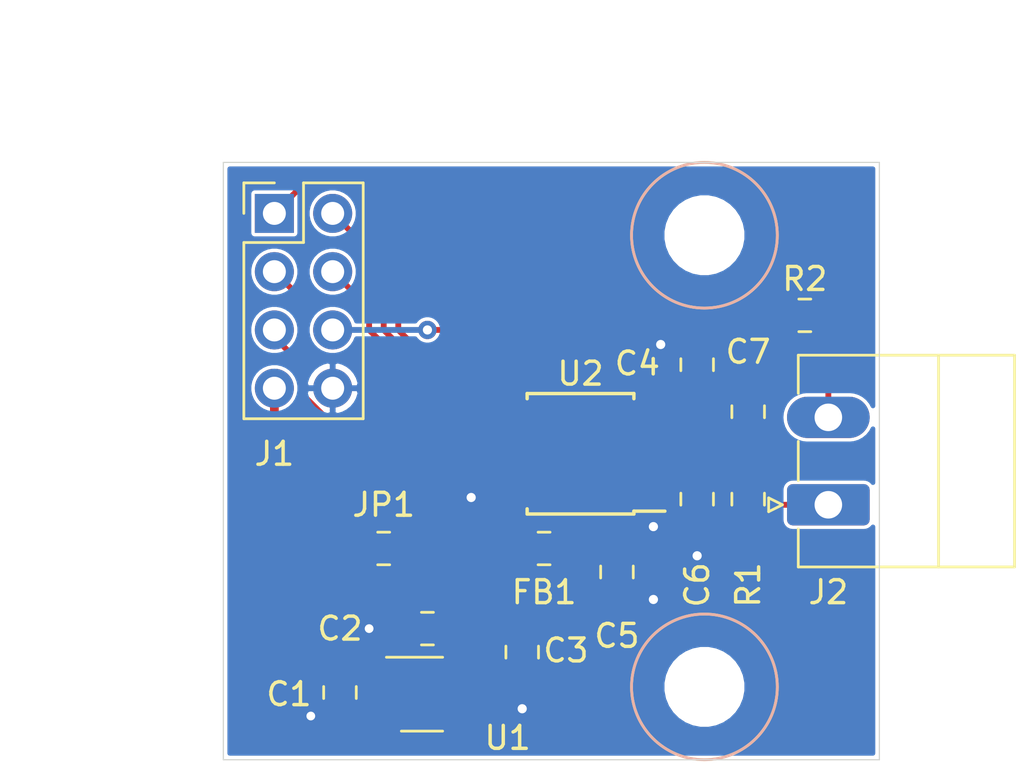
<source format=kicad_pcb>
(kicad_pcb (version 20171130) (host pcbnew "(5.1.5)-3")

  (general
    (thickness 1.6)
    (drawings 9)
    (tracks 113)
    (zones 0)
    (modules 17)
    (nets 16)
  )

  (page A4)
  (layers
    (0 F.Cu signal)
    (31 B.Cu signal)
    (32 B.Adhes user)
    (33 F.Adhes user)
    (34 B.Paste user)
    (35 F.Paste user)
    (36 B.SilkS user)
    (37 F.SilkS user)
    (38 B.Mask user)
    (39 F.Mask user)
    (40 Dwgs.User user)
    (41 Cmts.User user)
    (42 Eco1.User user)
    (43 Eco2.User user)
    (44 Edge.Cuts user)
    (45 Margin user)
    (46 B.CrtYd user)
    (47 F.CrtYd user)
    (48 B.Fab user hide)
    (49 F.Fab user hide)
  )

  (setup
    (last_trace_width 0.254)
    (user_trace_width 0.381)
    (trace_clearance 0.0508)
    (zone_clearance 0.1524)
    (zone_45_only no)
    (trace_min 0.1524)
    (via_size 0.8)
    (via_drill 0.4)
    (via_min_size 0.381)
    (via_min_drill 0.3048)
    (user_via 0.635 0.381)
    (uvia_size 0.3)
    (uvia_drill 0.1016)
    (uvias_allowed no)
    (uvia_min_size 0.2032)
    (uvia_min_drill 0.1016)
    (edge_width 0.05)
    (segment_width 0.2)
    (pcb_text_width 0.3)
    (pcb_text_size 1.5 1.5)
    (mod_edge_width 0.12)
    (mod_text_size 1 1)
    (mod_text_width 0.15)
    (pad_size 1.524 1.524)
    (pad_drill 0.762)
    (pad_to_mask_clearance 0.051)
    (solder_mask_min_width 0.25)
    (aux_axis_origin 0 0)
    (grid_origin 96.2025 83.185)
    (visible_elements 7FFFFFFF)
    (pcbplotparams
      (layerselection 0x010fc_ffffffff)
      (usegerberextensions false)
      (usegerberattributes false)
      (usegerberadvancedattributes false)
      (creategerberjobfile false)
      (excludeedgelayer true)
      (linewidth 0.100000)
      (plotframeref false)
      (viasonmask false)
      (mode 1)
      (useauxorigin false)
      (hpglpennumber 1)
      (hpglpenspeed 20)
      (hpglpendiameter 15.000000)
      (psnegative false)
      (psa4output false)
      (plotreference true)
      (plotvalue true)
      (plotinvisibletext false)
      (padsonsilk false)
      (subtractmaskfromsilk false)
      (outputformat 1)
      (mirror false)
      (drillshape 0)
      (scaleselection 1)
      (outputdirectory ""))
  )

  (net 0 "")
  (net 1 GND)
  (net 2 +5V)
  (net 3 +3V3)
  (net 4 /~DRDY)
  (net 5 /~CS)
  (net 6 /SDI)
  (net 7 /SDO)
  (net 8 /SCLK)
  (net 9 /Vdd)
  (net 10 /T+)
  (net 11 /T-)
  (net 12 /In+)
  (net 13 /In-)
  (net 14 /~Fault)
  (net 15 /Vin)

  (net_class Default "This is the default net class."
    (clearance 0.0508)
    (trace_width 0.254)
    (via_dia 0.8)
    (via_drill 0.4)
    (uvia_dia 0.3)
    (uvia_drill 0.1016)
    (add_net +3V3)
    (add_net +5V)
    (add_net /In+)
    (add_net /In-)
    (add_net /SCLK)
    (add_net /SDI)
    (add_net /SDO)
    (add_net /T+)
    (add_net /T-)
    (add_net /Vdd)
    (add_net /Vin)
    (add_net /~CS)
    (add_net /~DRDY)
    (add_net /~Fault)
    (add_net GND)
    (add_net "Net-(U1-Pad4)")
    (add_net "Net-(U2-Pad6)")
  )

  (module 0MiscParts:TSSOP-14_4.4x5mm_P0.65mm_MAX (layer F.Cu) (tedit 5FBB9674) (tstamp 5FB82C0A)
    (at 111.76 69.85 180)
    (descr "14-Lead Plastic Thin Shrink Small Outline (ST)-4.4 mm Body [TSSOP] (see Microchip Packaging Specification 00000049BS.pdf)")
    (tags "SSOP 0.65")
    (path /5FD4E450)
    (attr smd)
    (fp_text reference U2 (at 0 3.4925) (layer F.SilkS)
      (effects (font (size 1 1) (thickness 0.15)))
    )
    (fp_text value MAX31856 (at 0 3.55) (layer F.Fab)
      (effects (font (size 1 1) (thickness 0.15)))
    )
    (fp_text user %R (at 0 0) (layer F.Fab)
      (effects (font (size 0.8 0.8) (thickness 0.15)))
    )
    (fp_line (start -2.325 -2.5) (end -3.675 -2.5) (layer F.SilkS) (width 0.15))
    (fp_line (start -2.325 2.625) (end 2.325 2.625) (layer F.SilkS) (width 0.15))
    (fp_line (start -2.325 -2.625) (end 2.325 -2.625) (layer F.SilkS) (width 0.15))
    (fp_line (start -2.325 2.625) (end -2.325 2.4) (layer F.SilkS) (width 0.15))
    (fp_line (start 2.325 2.625) (end 2.325 2.4) (layer F.SilkS) (width 0.15))
    (fp_line (start 2.325 -2.625) (end 2.325 -2.4) (layer F.SilkS) (width 0.15))
    (fp_line (start -2.325 -2.625) (end -2.325 -2.5) (layer F.SilkS) (width 0.15))
    (fp_line (start -3.95 2.8) (end 3.95 2.8) (layer F.CrtYd) (width 0.05))
    (fp_line (start -3.95 -2.8) (end 3.95 -2.8) (layer F.CrtYd) (width 0.05))
    (fp_line (start 3.95 -2.8) (end 3.95 2.8) (layer F.CrtYd) (width 0.05))
    (fp_line (start -3.95 -2.8) (end -3.95 2.8) (layer F.CrtYd) (width 0.05))
    (fp_line (start -2.2 -1.5) (end -1.2 -2.5) (layer F.Fab) (width 0.15))
    (fp_line (start -2.2 2.5) (end -2.2 -1.5) (layer F.Fab) (width 0.15))
    (fp_line (start 2.2 2.5) (end -2.2 2.5) (layer F.Fab) (width 0.15))
    (fp_line (start 2.2 -2.5) (end 2.2 2.5) (layer F.Fab) (width 0.15))
    (fp_line (start -1.2 -2.5) (end 2.2 -2.5) (layer F.Fab) (width 0.15))
    (pad 14 smd rect (at 2.875 -1.95 180) (size 1.4 0.35) (layers F.Cu F.Paste F.Mask)
      (net 1 GND))
    (pad 13 smd rect (at 2.875 -1.3 180) (size 1.4 0.35) (layers F.Cu F.Paste F.Mask)
      (net 14 /~Fault))
    (pad 12 smd rect (at 2.875 -0.65 180) (size 1.4 0.35) (layers F.Cu F.Paste F.Mask)
      (net 6 /SDI))
    (pad 11 smd rect (at 2.875 0 180) (size 1.4 0.35) (layers F.Cu F.Paste F.Mask)
      (net 7 /SDO))
    (pad 10 smd rect (at 2.875 0.65 180) (size 1.4 0.35) (layers F.Cu F.Paste F.Mask)
      (net 8 /SCLK))
    (pad 9 smd rect (at 2.875 1.3 180) (size 1.4 0.35) (layers F.Cu F.Paste F.Mask)
      (net 5 /~CS))
    (pad 8 smd rect (at 2.875 1.95 180) (size 1.4 0.35) (layers F.Cu F.Paste F.Mask)
      (net 3 +3V3))
    (pad 7 smd rect (at -2.875 1.95 180) (size 1.4 0.35) (layers F.Cu F.Paste F.Mask)
      (net 4 /~DRDY))
    (pad 6 smd rect (at -2.875 1.3 180) (size 1.4 0.35) (layers F.Cu F.Paste F.Mask))
    (pad 5 smd rect (at -2.875 0.65 180) (size 1.4 0.35) (layers F.Cu F.Paste F.Mask)
      (net 9 /Vdd))
    (pad 4 smd rect (at -2.875 0 180) (size 1.4 0.35) (layers F.Cu F.Paste F.Mask)
      (net 10 /T+))
    (pad 3 smd rect (at -2.875 -0.65 180) (size 1.4 0.35) (layers F.Cu F.Paste F.Mask)
      (net 11 /T-))
    (pad 2 smd rect (at -2.875 -1.3 180) (size 1.4 0.35) (layers F.Cu F.Paste F.Mask)
      (net 13 /In-))
    (pad 1 smd rect (at -2.875 -1.95 180) (size 1.4 0.35) (layers F.Cu F.Paste F.Mask)
      (net 1 GND))
    (model ${KISYS3DMOD}/Package_SO.3dshapes/TSSOP-14_4.4x5mm_P0.65mm.wrl
      (at (xyz 0 0 0))
      (scale (xyz 1 1 1))
      (rotate (xyz 0 0 0))
    )
  )

  (module 0MiscParts:Jumper_0805_3 (layer F.Cu) (tedit 5FB8D8C2) (tstamp 5FB8DB33)
    (at 103.1875 73.9775 180)
    (descr "Resistor SMD 0805 (2012 Metric), square (rectangular) end terminal, IPC_7351 nominal with elongated pad for handsoldering. (Body size source: https://docs.google.com/spreadsheets/d/1BsfQQcO9C6DZCsRaXUlFlo91Tg2WpOkGARC1WS5S8t0/edit?usp=sharing), generated with kicad-footprint-generator")
    (tags "resistor handsolder")
    (path /5FDD0901)
    (attr smd)
    (fp_text reference JP1 (at 0 1.905) (layer F.SilkS)
      (effects (font (size 1 1) (thickness 0.15)))
    )
    (fp_text value SolderJumper_3_Open (at 0 2.54) (layer F.Fab)
      (effects (font (size 1 1) (thickness 0.15)))
    )
    (fp_line (start 3.302 0.95) (end -3.175 0.95) (layer F.CrtYd) (width 0.05))
    (fp_line (start 3.302 -0.95) (end 3.302 0.95) (layer F.CrtYd) (width 0.05))
    (fp_line (start -3.175 -0.95) (end 3.302 -0.95) (layer F.CrtYd) (width 0.05))
    (fp_line (start -3.175 0.95) (end -3.175 -0.95) (layer F.CrtYd) (width 0.05))
    (fp_line (start -0.261252 0.71) (end 0.261252 0.71) (layer F.SilkS) (width 0.12))
    (fp_line (start -0.261252 -0.71) (end 0.261252 -0.71) (layer F.SilkS) (width 0.12))
    (fp_line (start 2.921 0.6) (end -2.794 0.6) (layer F.Fab) (width 0.1))
    (fp_line (start 2.921 -0.6) (end 2.921 0.6) (layer F.Fab) (width 0.1))
    (fp_line (start -2.794 -0.6) (end 2.921 -0.6) (layer F.Fab) (width 0.1))
    (fp_line (start -2.794 0.6) (end -2.794 -0.6) (layer F.Fab) (width 0.1))
    (pad 3 smd roundrect (at 2.05 0 180) (size 1.15 1.4) (layers F.Cu F.Paste F.Mask) (roundrect_rratio 0.217)
      (net 2 +5V))
    (pad 2 smd roundrect (at 0 0 180) (size 1.15 1.4) (layers F.Cu F.Paste F.Mask) (roundrect_rratio 0.217)
      (net 15 /Vin))
    (pad 1 smd roundrect (at -2.05 0 180) (size 1.15 1.4) (layers F.Cu F.Paste F.Mask) (roundrect_rratio 0.217)
      (net 3 +3V3))
    (model ${KISYS3DMOD}/Resistor_SMD.3dshapes/R_0805_2012Metric.wrl
      (at (xyz 0 0 0))
      (scale (xyz 1 1 1))
      (rotate (xyz 0 0 0))
    )
  )

  (module Resistor_SMD:R_0805_2012Metric_Pad1.15x1.40mm_HandSolder (layer F.Cu) (tedit 5B36C52B) (tstamp 5FB82BBF)
    (at 121.53 63.8175 180)
    (descr "Resistor SMD 0805 (2012 Metric), square (rectangular) end terminal, IPC_7351 nominal with elongated pad for handsoldering. (Body size source: https://docs.google.com/spreadsheets/d/1BsfQQcO9C6DZCsRaXUlFlo91Tg2WpOkGARC1WS5S8t0/edit?usp=sharing), generated with kicad-footprint-generator")
    (tags "resistor handsolder")
    (path /5FD5C02C)
    (attr smd)
    (fp_text reference R2 (at 0 1.5875) (layer F.SilkS)
      (effects (font (size 1 1) (thickness 0.15)))
    )
    (fp_text value 100 (at 0 1.65) (layer F.Fab)
      (effects (font (size 1 1) (thickness 0.15)))
    )
    (fp_text user %R (at 0 0) (layer F.Fab)
      (effects (font (size 0.5 0.5) (thickness 0.08)))
    )
    (fp_line (start 1.85 0.95) (end -1.85 0.95) (layer F.CrtYd) (width 0.05))
    (fp_line (start 1.85 -0.95) (end 1.85 0.95) (layer F.CrtYd) (width 0.05))
    (fp_line (start -1.85 -0.95) (end 1.85 -0.95) (layer F.CrtYd) (width 0.05))
    (fp_line (start -1.85 0.95) (end -1.85 -0.95) (layer F.CrtYd) (width 0.05))
    (fp_line (start -0.261252 0.71) (end 0.261252 0.71) (layer F.SilkS) (width 0.12))
    (fp_line (start -0.261252 -0.71) (end 0.261252 -0.71) (layer F.SilkS) (width 0.12))
    (fp_line (start 1 0.6) (end -1 0.6) (layer F.Fab) (width 0.1))
    (fp_line (start 1 -0.6) (end 1 0.6) (layer F.Fab) (width 0.1))
    (fp_line (start -1 -0.6) (end 1 -0.6) (layer F.Fab) (width 0.1))
    (fp_line (start -1 0.6) (end -1 -0.6) (layer F.Fab) (width 0.1))
    (pad 2 smd roundrect (at 1.025 0 180) (size 1.15 1.4) (layers F.Cu F.Paste F.Mask) (roundrect_rratio 0.217391)
      (net 10 /T+))
    (pad 1 smd roundrect (at -1.025 0 180) (size 1.15 1.4) (layers F.Cu F.Paste F.Mask) (roundrect_rratio 0.217391)
      (net 12 /In+))
    (model ${KISYS3DMOD}/Resistor_SMD.3dshapes/R_0805_2012Metric.wrl
      (at (xyz 0 0 0))
      (scale (xyz 1 1 1))
      (rotate (xyz 0 0 0))
    )
  )

  (module Resistor_SMD:R_0805_2012Metric_Pad1.15x1.40mm_HandSolder (layer F.Cu) (tedit 5B36C52B) (tstamp 5FB82BAE)
    (at 119.0625 71.8275 90)
    (descr "Resistor SMD 0805 (2012 Metric), square (rectangular) end terminal, IPC_7351 nominal with elongated pad for handsoldering. (Body size source: https://docs.google.com/spreadsheets/d/1BsfQQcO9C6DZCsRaXUlFlo91Tg2WpOkGARC1WS5S8t0/edit?usp=sharing), generated with kicad-footprint-generator")
    (tags "resistor handsolder")
    (path /5FD5B4CA)
    (attr smd)
    (fp_text reference R1 (at -3.7375 0 90) (layer F.SilkS)
      (effects (font (size 1 1) (thickness 0.15)))
    )
    (fp_text value 100 (at 0 1.65 90) (layer F.Fab)
      (effects (font (size 1 1) (thickness 0.15)))
    )
    (fp_text user %R (at 0 0 90) (layer F.Fab)
      (effects (font (size 0.5 0.5) (thickness 0.08)))
    )
    (fp_line (start 1.85 0.95) (end -1.85 0.95) (layer F.CrtYd) (width 0.05))
    (fp_line (start 1.85 -0.95) (end 1.85 0.95) (layer F.CrtYd) (width 0.05))
    (fp_line (start -1.85 -0.95) (end 1.85 -0.95) (layer F.CrtYd) (width 0.05))
    (fp_line (start -1.85 0.95) (end -1.85 -0.95) (layer F.CrtYd) (width 0.05))
    (fp_line (start -0.261252 0.71) (end 0.261252 0.71) (layer F.SilkS) (width 0.12))
    (fp_line (start -0.261252 -0.71) (end 0.261252 -0.71) (layer F.SilkS) (width 0.12))
    (fp_line (start 1 0.6) (end -1 0.6) (layer F.Fab) (width 0.1))
    (fp_line (start 1 -0.6) (end 1 0.6) (layer F.Fab) (width 0.1))
    (fp_line (start -1 -0.6) (end 1 -0.6) (layer F.Fab) (width 0.1))
    (fp_line (start -1 0.6) (end -1 -0.6) (layer F.Fab) (width 0.1))
    (pad 2 smd roundrect (at 1.025 0 90) (size 1.15 1.4) (layers F.Cu F.Paste F.Mask) (roundrect_rratio 0.217391)
      (net 11 /T-))
    (pad 1 smd roundrect (at -1.025 0 90) (size 1.15 1.4) (layers F.Cu F.Paste F.Mask) (roundrect_rratio 0.217391)
      (net 13 /In-))
    (model ${KISYS3DMOD}/Resistor_SMD.3dshapes/R_0805_2012Metric.wrl
      (at (xyz 0 0 0))
      (scale (xyz 1 1 1))
      (rotate (xyz 0 0 0))
    )
  )

  (module Connector_Phoenix_MC:PhoenixContact_MC_1,5_2-G-3.81_1x02_P3.81mm_Horizontal (layer F.Cu) (tedit 5B784ED1) (tstamp 5FB82B9D)
    (at 122.555 72.0725 90)
    (descr "Generic Phoenix Contact connector footprint for: MC_1,5/2-G-3.81; number of pins: 02; pin pitch: 3.81mm; Angled || order number: 1803277 8A 160V")
    (tags "phoenix_contact connector MC_01x02_G_3.81mm")
    (path /5FD5A457)
    (fp_text reference J2 (at -3.81 0 180) (layer F.SilkS)
      (effects (font (size 1 1) (thickness 0.15)))
    )
    (fp_text value Conn_01x02_Female (at 1.9 9.2 90) (layer F.Fab)
      (effects (font (size 1 1) (thickness 0.15)))
    )
    (fp_text user %R (at 1.9 -0.5 90) (layer F.Fab)
      (effects (font (size 1 1) (thickness 0.15)))
    )
    (fp_line (start 0 0) (end -0.8 -1.2) (layer F.Fab) (width 0.1))
    (fp_line (start 0.8 -1.2) (end 0 0) (layer F.Fab) (width 0.1))
    (fp_line (start -0.3 -2.6) (end 0.3 -2.6) (layer F.SilkS) (width 0.12))
    (fp_line (start 0 -2) (end -0.3 -2.6) (layer F.SilkS) (width 0.12))
    (fp_line (start 0.3 -2.6) (end 0 -2) (layer F.SilkS) (width 0.12))
    (fp_line (start 6.91 -2.3) (end -3.21 -2.3) (layer F.CrtYd) (width 0.05))
    (fp_line (start 6.91 8.5) (end 6.91 -2.3) (layer F.CrtYd) (width 0.05))
    (fp_line (start -3.21 8.5) (end 6.91 8.5) (layer F.CrtYd) (width 0.05))
    (fp_line (start -3.21 -2.3) (end -3.21 8.5) (layer F.CrtYd) (width 0.05))
    (fp_line (start -2.71 4.8) (end 6.52 4.8) (layer F.SilkS) (width 0.12))
    (fp_line (start 6.41 -1.2) (end -2.6 -1.2) (layer F.Fab) (width 0.1))
    (fp_line (start 6.41 8) (end 6.41 -1.2) (layer F.Fab) (width 0.1))
    (fp_line (start -2.6 8) (end 6.41 8) (layer F.Fab) (width 0.1))
    (fp_line (start -2.6 -1.2) (end -2.6 8) (layer F.Fab) (width 0.1))
    (fp_line (start 1.05 -1.31) (end 2.76 -1.31) (layer F.SilkS) (width 0.12))
    (fp_line (start 6.52 -1.31) (end 4.86 -1.31) (layer F.SilkS) (width 0.12))
    (fp_line (start -2.71 -1.31) (end -1.05 -1.31) (layer F.SilkS) (width 0.12))
    (fp_line (start 6.52 8.11) (end 6.52 -1.31) (layer F.SilkS) (width 0.12))
    (fp_line (start -2.71 8.11) (end 6.52 8.11) (layer F.SilkS) (width 0.12))
    (fp_line (start -2.71 -1.31) (end -2.71 8.11) (layer F.SilkS) (width 0.12))
    (pad 2 thru_hole oval (at 3.81 0 90) (size 1.8 3.6) (drill 1.2) (layers *.Cu *.Mask)
      (net 12 /In+))
    (pad 1 thru_hole roundrect (at 0 0 90) (size 1.8 3.6) (drill 1.2) (layers *.Cu *.Mask) (roundrect_rratio 0.138889)
      (net 13 /In-))
    (model ${KISYS3DMOD}/Connector_Phoenix_MC.3dshapes/PhoenixContact_MC_1,5_2-G-3.81_1x02_P3.81mm_Horizontal.wrl
      (at (xyz 0 0 0))
      (scale (xyz 1 1 1))
      (rotate (xyz 0 0 0))
    )
  )

  (module Capacitor_SMD:C_0805_2012Metric_Pad1.15x1.40mm_HandSolder (layer F.Cu) (tedit 5B36C52B) (tstamp 5FB82B00)
    (at 116.84 71.8275 270)
    (descr "Capacitor SMD 0805 (2012 Metric), square (rectangular) end terminal, IPC_7351 nominal with elongated pad for handsoldering. (Body size source: https://docs.google.com/spreadsheets/d/1BsfQQcO9C6DZCsRaXUlFlo91Tg2WpOkGARC1WS5S8t0/edit?usp=sharing), generated with kicad-footprint-generator")
    (tags "capacitor handsolder")
    (path /5FD64CC1)
    (attr smd)
    (fp_text reference C6 (at 3.7375 0 90) (layer F.SilkS)
      (effects (font (size 1 1) (thickness 0.15)))
    )
    (fp_text value .01uf (at 0 1.65 90) (layer F.Fab)
      (effects (font (size 1 1) (thickness 0.15)))
    )
    (fp_text user %R (at 0 0 90) (layer F.Fab)
      (effects (font (size 0.5 0.5) (thickness 0.08)))
    )
    (fp_line (start 1.85 0.95) (end -1.85 0.95) (layer F.CrtYd) (width 0.05))
    (fp_line (start 1.85 -0.95) (end 1.85 0.95) (layer F.CrtYd) (width 0.05))
    (fp_line (start -1.85 -0.95) (end 1.85 -0.95) (layer F.CrtYd) (width 0.05))
    (fp_line (start -1.85 0.95) (end -1.85 -0.95) (layer F.CrtYd) (width 0.05))
    (fp_line (start -0.261252 0.71) (end 0.261252 0.71) (layer F.SilkS) (width 0.12))
    (fp_line (start -0.261252 -0.71) (end 0.261252 -0.71) (layer F.SilkS) (width 0.12))
    (fp_line (start 1 0.6) (end -1 0.6) (layer F.Fab) (width 0.1))
    (fp_line (start 1 -0.6) (end 1 0.6) (layer F.Fab) (width 0.1))
    (fp_line (start -1 -0.6) (end 1 -0.6) (layer F.Fab) (width 0.1))
    (fp_line (start -1 0.6) (end -1 -0.6) (layer F.Fab) (width 0.1))
    (pad 2 smd roundrect (at 1.025 0 270) (size 1.15 1.4) (layers F.Cu F.Paste F.Mask) (roundrect_rratio 0.217391)
      (net 1 GND))
    (pad 1 smd roundrect (at -1.025 0 270) (size 1.15 1.4) (layers F.Cu F.Paste F.Mask) (roundrect_rratio 0.217391)
      (net 11 /T-))
    (model ${KISYS3DMOD}/Capacitor_SMD.3dshapes/C_0805_2012Metric.wrl
      (at (xyz 0 0 0))
      (scale (xyz 1 1 1))
      (rotate (xyz 0 0 0))
    )
  )

  (module Capacitor_SMD:C_0805_2012Metric_Pad1.15x1.40mm_HandSolder (layer F.Cu) (tedit 5B36C52B) (tstamp 5FB82ADF)
    (at 116.84 65.9675 90)
    (descr "Capacitor SMD 0805 (2012 Metric), square (rectangular) end terminal, IPC_7351 nominal with elongated pad for handsoldering. (Body size source: https://docs.google.com/spreadsheets/d/1BsfQQcO9C6DZCsRaXUlFlo91Tg2WpOkGARC1WS5S8t0/edit?usp=sharing), generated with kicad-footprint-generator")
    (tags "capacitor handsolder")
    (path /5FD6555D)
    (attr smd)
    (fp_text reference C4 (at 0.0545 -2.6035 180) (layer F.SilkS)
      (effects (font (size 1 1) (thickness 0.15)))
    )
    (fp_text value .01uf (at 0 1.65 90) (layer F.Fab)
      (effects (font (size 1 1) (thickness 0.15)))
    )
    (fp_text user %R (at 0 0 90) (layer F.Fab)
      (effects (font (size 0.5 0.5) (thickness 0.08)))
    )
    (fp_line (start 1.85 0.95) (end -1.85 0.95) (layer F.CrtYd) (width 0.05))
    (fp_line (start 1.85 -0.95) (end 1.85 0.95) (layer F.CrtYd) (width 0.05))
    (fp_line (start -1.85 -0.95) (end 1.85 -0.95) (layer F.CrtYd) (width 0.05))
    (fp_line (start -1.85 0.95) (end -1.85 -0.95) (layer F.CrtYd) (width 0.05))
    (fp_line (start -0.261252 0.71) (end 0.261252 0.71) (layer F.SilkS) (width 0.12))
    (fp_line (start -0.261252 -0.71) (end 0.261252 -0.71) (layer F.SilkS) (width 0.12))
    (fp_line (start 1 0.6) (end -1 0.6) (layer F.Fab) (width 0.1))
    (fp_line (start 1 -0.6) (end 1 0.6) (layer F.Fab) (width 0.1))
    (fp_line (start -1 -0.6) (end 1 -0.6) (layer F.Fab) (width 0.1))
    (fp_line (start -1 0.6) (end -1 -0.6) (layer F.Fab) (width 0.1))
    (pad 2 smd roundrect (at 1.025 0 90) (size 1.15 1.4) (layers F.Cu F.Paste F.Mask) (roundrect_rratio 0.217391)
      (net 1 GND))
    (pad 1 smd roundrect (at -1.025 0 90) (size 1.15 1.4) (layers F.Cu F.Paste F.Mask) (roundrect_rratio 0.217391)
      (net 10 /T+))
    (model ${KISYS3DMOD}/Capacitor_SMD.3dshapes/C_0805_2012Metric.wrl
      (at (xyz 0 0 0))
      (scale (xyz 1 1 1))
      (rotate (xyz 0 0 0))
    )
  )

  (module Connector_PinHeader_2.54mm:PinHeader_2x04_P2.54mm_Vertical (layer F.Cu) (tedit 59FED5CC) (tstamp 5FB78D6E)
    (at 98.425 59.3725)
    (descr "Through hole straight pin header, 2x04, 2.54mm pitch, double rows")
    (tags "Through hole pin header THT 2x04 2.54mm double row")
    (path /5FBA64C5)
    (fp_text reference J1 (at 0 10.4775) (layer F.SilkS)
      (effects (font (size 1 1) (thickness 0.15)))
    )
    (fp_text value Conn_02x04_Odd_Even (at 1.27 9.95) (layer F.Fab)
      (effects (font (size 1 1) (thickness 0.15)))
    )
    (fp_text user %R (at 1.27 3.81 90) (layer F.Fab)
      (effects (font (size 1 1) (thickness 0.15)))
    )
    (fp_line (start 4.35 -1.8) (end -1.8 -1.8) (layer F.CrtYd) (width 0.05))
    (fp_line (start 4.35 9.4) (end 4.35 -1.8) (layer F.CrtYd) (width 0.05))
    (fp_line (start -1.8 9.4) (end 4.35 9.4) (layer F.CrtYd) (width 0.05))
    (fp_line (start -1.8 -1.8) (end -1.8 9.4) (layer F.CrtYd) (width 0.05))
    (fp_line (start -1.33 -1.33) (end 0 -1.33) (layer F.SilkS) (width 0.12))
    (fp_line (start -1.33 0) (end -1.33 -1.33) (layer F.SilkS) (width 0.12))
    (fp_line (start 1.27 -1.33) (end 3.87 -1.33) (layer F.SilkS) (width 0.12))
    (fp_line (start 1.27 1.27) (end 1.27 -1.33) (layer F.SilkS) (width 0.12))
    (fp_line (start -1.33 1.27) (end 1.27 1.27) (layer F.SilkS) (width 0.12))
    (fp_line (start 3.87 -1.33) (end 3.87 8.95) (layer F.SilkS) (width 0.12))
    (fp_line (start -1.33 1.27) (end -1.33 8.95) (layer F.SilkS) (width 0.12))
    (fp_line (start -1.33 8.95) (end 3.87 8.95) (layer F.SilkS) (width 0.12))
    (fp_line (start -1.27 0) (end 0 -1.27) (layer F.Fab) (width 0.1))
    (fp_line (start -1.27 8.89) (end -1.27 0) (layer F.Fab) (width 0.1))
    (fp_line (start 3.81 8.89) (end -1.27 8.89) (layer F.Fab) (width 0.1))
    (fp_line (start 3.81 -1.27) (end 3.81 8.89) (layer F.Fab) (width 0.1))
    (fp_line (start 0 -1.27) (end 3.81 -1.27) (layer F.Fab) (width 0.1))
    (pad 8 thru_hole oval (at 2.54 7.62) (size 1.7 1.7) (drill 1) (layers *.Cu *.Mask)
      (net 1 GND))
    (pad 7 thru_hole oval (at 0 7.62) (size 1.7 1.7) (drill 1) (layers *.Cu *.Mask)
      (net 15 /Vin))
    (pad 6 thru_hole oval (at 2.54 5.08) (size 1.7 1.7) (drill 1) (layers *.Cu *.Mask)
      (net 4 /~DRDY))
    (pad 5 thru_hole oval (at 0 5.08) (size 1.7 1.7) (drill 1) (layers *.Cu *.Mask)
      (net 14 /~Fault))
    (pad 4 thru_hole oval (at 2.54 2.54) (size 1.7 1.7) (drill 1) (layers *.Cu *.Mask)
      (net 7 /SDO))
    (pad 3 thru_hole oval (at 0 2.54) (size 1.7 1.7) (drill 1) (layers *.Cu *.Mask)
      (net 6 /SDI))
    (pad 2 thru_hole oval (at 2.54 0) (size 1.7 1.7) (drill 1) (layers *.Cu *.Mask)
      (net 8 /SCLK))
    (pad 1 thru_hole rect (at 0 0) (size 1.7 1.7) (drill 1) (layers *.Cu *.Mask)
      (net 5 /~CS))
    (model ${KISYS3DMOD}/Connector_PinHeader_2.54mm.3dshapes/PinHeader_2x04_P2.54mm_Vertical.wrl
      (at (xyz 0 0 0))
      (scale (xyz 1 1 1))
      (rotate (xyz 0 0 0))
    )
  )

  (module "0MiscParts:MountingHole _1-8_1-4" (layer F.Cu) (tedit 5E4292CA) (tstamp 5F6499D7)
    (at 117.1575 80.01)
    (path /5F6A6BB5)
    (fp_text reference H2 (at 0 2.032) (layer F.Fab)
      (effects (font (size 1 1) (thickness 0.15)))
    )
    (fp_text value MountingHole (at 0 -2.032) (layer F.Fab)
      (effects (font (size 1 1) (thickness 0.15)))
    )
    (fp_circle (center 0 0) (end 3.175 0) (layer B.SilkS) (width 0.12))
    (fp_circle (center 0 0) (end 3.175 0) (layer F.SilkS) (width 0.12))
    (pad "" np_thru_hole circle (at 0 0) (size 3.175 3.175) (drill 3.175) (layers *.Cu *.Mask))
  )

  (module "0MiscParts:MountingHole _1-8_1-4" (layer F.Cu) (tedit 5E4292CA) (tstamp 5F6499D0)
    (at 117.1575 60.325)
    (path /5F6A66BE)
    (fp_text reference H1 (at 0 2.032) (layer F.Fab)
      (effects (font (size 1 1) (thickness 0.15)))
    )
    (fp_text value MountingHole (at 0 -2.032) (layer F.Fab)
      (effects (font (size 1 1) (thickness 0.15)))
    )
    (fp_circle (center 0 0) (end 3.175 0) (layer B.SilkS) (width 0.12))
    (fp_circle (center 0 0) (end 3.175 0) (layer F.SilkS) (width 0.12))
    (pad "" np_thru_hole circle (at 0 0) (size 3.175 3.175) (drill 3.175) (layers *.Cu *.Mask))
  )

  (module Package_TO_SOT_SMD:SOT-23-5_HandSoldering (layer F.Cu) (tedit 5A0AB76C) (tstamp 5F63B4F7)
    (at 104.855 80.3275)
    (descr "5-pin SOT23 package")
    (tags "SOT-23-5 hand-soldering")
    (path /5F688C71)
    (attr smd)
    (fp_text reference U1 (at 3.73 1.905) (layer F.SilkS)
      (effects (font (size 1 1) (thickness 0.15)))
    )
    (fp_text value MIC5225 (at 0 2.9) (layer F.Fab)
      (effects (font (size 1 1) (thickness 0.15)))
    )
    (fp_line (start 2.38 1.8) (end -2.38 1.8) (layer F.CrtYd) (width 0.05))
    (fp_line (start 2.38 1.8) (end 2.38 -1.8) (layer F.CrtYd) (width 0.05))
    (fp_line (start -2.38 -1.8) (end -2.38 1.8) (layer F.CrtYd) (width 0.05))
    (fp_line (start -2.38 -1.8) (end 2.38 -1.8) (layer F.CrtYd) (width 0.05))
    (fp_line (start 0.9 -1.55) (end 0.9 1.55) (layer F.Fab) (width 0.1))
    (fp_line (start 0.9 1.55) (end -0.9 1.55) (layer F.Fab) (width 0.1))
    (fp_line (start -0.9 -0.9) (end -0.9 1.55) (layer F.Fab) (width 0.1))
    (fp_line (start 0.9 -1.55) (end -0.25 -1.55) (layer F.Fab) (width 0.1))
    (fp_line (start -0.9 -0.9) (end -0.25 -1.55) (layer F.Fab) (width 0.1))
    (fp_line (start 0.9 -1.61) (end -1.55 -1.61) (layer F.SilkS) (width 0.12))
    (fp_line (start -0.9 1.61) (end 0.9 1.61) (layer F.SilkS) (width 0.12))
    (fp_text user %R (at 0 0 90) (layer F.Fab)
      (effects (font (size 0.5 0.5) (thickness 0.075)))
    )
    (pad 5 smd rect (at 1.35 -0.95) (size 1.56 0.65) (layers F.Cu F.Paste F.Mask)
      (net 3 +3V3))
    (pad 4 smd rect (at 1.35 0.95) (size 1.56 0.65) (layers F.Cu F.Paste F.Mask))
    (pad 3 smd rect (at -1.35 0.95) (size 1.56 0.65) (layers F.Cu F.Paste F.Mask)
      (net 2 +5V))
    (pad 2 smd rect (at -1.35 0) (size 1.56 0.65) (layers F.Cu F.Paste F.Mask)
      (net 1 GND))
    (pad 1 smd rect (at -1.35 -0.95) (size 1.56 0.65) (layers F.Cu F.Paste F.Mask)
      (net 2 +5V))
    (model ${KISYS3DMOD}/Package_TO_SOT_SMD.3dshapes/SOT-23-5.wrl
      (at (xyz 0 0 0))
      (scale (xyz 1 1 1))
      (rotate (xyz 0 0 0))
    )
  )

  (module Inductor_SMD:L_0805_2012Metric_Pad1.15x1.40mm_HandSolder (layer F.Cu) (tedit 5B36C52B) (tstamp 5F63B478)
    (at 110.1725 73.9775)
    (descr "Capacitor SMD 0805 (2012 Metric), square (rectangular) end terminal, IPC_7351 nominal with elongated pad for handsoldering. (Body size source: https://docs.google.com/spreadsheets/d/1BsfQQcO9C6DZCsRaXUlFlo91Tg2WpOkGARC1WS5S8t0/edit?usp=sharing), generated with kicad-footprint-generator")
    (tags "inductor handsolder")
    (path /5F64FC2E)
    (attr smd)
    (fp_text reference FB1 (at 0 1.905) (layer F.SilkS)
      (effects (font (size 1 1) (thickness 0.15)))
    )
    (fp_text value Ferrite_Bead (at 0 1.65) (layer F.Fab)
      (effects (font (size 1 1) (thickness 0.15)))
    )
    (fp_text user %R (at 0 0) (layer F.Fab)
      (effects (font (size 0.5 0.5) (thickness 0.08)))
    )
    (fp_line (start 1.85 0.95) (end -1.85 0.95) (layer F.CrtYd) (width 0.05))
    (fp_line (start 1.85 -0.95) (end 1.85 0.95) (layer F.CrtYd) (width 0.05))
    (fp_line (start -1.85 -0.95) (end 1.85 -0.95) (layer F.CrtYd) (width 0.05))
    (fp_line (start -1.85 0.95) (end -1.85 -0.95) (layer F.CrtYd) (width 0.05))
    (fp_line (start -0.261252 0.71) (end 0.261252 0.71) (layer F.SilkS) (width 0.12))
    (fp_line (start -0.261252 -0.71) (end 0.261252 -0.71) (layer F.SilkS) (width 0.12))
    (fp_line (start 1 0.6) (end -1 0.6) (layer F.Fab) (width 0.1))
    (fp_line (start 1 -0.6) (end 1 0.6) (layer F.Fab) (width 0.1))
    (fp_line (start -1 -0.6) (end 1 -0.6) (layer F.Fab) (width 0.1))
    (fp_line (start -1 0.6) (end -1 -0.6) (layer F.Fab) (width 0.1))
    (pad 2 smd roundrect (at 1.025 0) (size 1.15 1.4) (layers F.Cu F.Paste F.Mask) (roundrect_rratio 0.217391)
      (net 9 /Vdd))
    (pad 1 smd roundrect (at -1.025 0) (size 1.15 1.4) (layers F.Cu F.Paste F.Mask) (roundrect_rratio 0.217391)
      (net 3 +3V3))
    (model ${KISYS3DMOD}/Inductor_SMD.3dshapes/L_0805_2012Metric.wrl
      (at (xyz 0 0 0))
      (scale (xyz 1 1 1))
      (rotate (xyz 0 0 0))
    )
  )

  (module Capacitor_SMD:C_0805_2012Metric_Pad1.15x1.40mm_HandSolder (layer F.Cu) (tedit 5B36C52B) (tstamp 5F63B467)
    (at 119.0625 68.0175 90)
    (descr "Capacitor SMD 0805 (2012 Metric), square (rectangular) end terminal, IPC_7351 nominal with elongated pad for handsoldering. (Body size source: https://docs.google.com/spreadsheets/d/1BsfQQcO9C6DZCsRaXUlFlo91Tg2WpOkGARC1WS5S8t0/edit?usp=sharing), generated with kicad-footprint-generator")
    (tags "capacitor handsolder")
    (path /5F64BC5A)
    (attr smd)
    (fp_text reference C7 (at 2.6125 0 180) (layer F.SilkS)
      (effects (font (size 1 1) (thickness 0.15)))
    )
    (fp_text value .1uf (at 0 1.65 90) (layer F.Fab)
      (effects (font (size 1 1) (thickness 0.15)))
    )
    (fp_text user %R (at 0 0 90) (layer F.Fab)
      (effects (font (size 0.5 0.5) (thickness 0.08)))
    )
    (fp_line (start 1.85 0.95) (end -1.85 0.95) (layer F.CrtYd) (width 0.05))
    (fp_line (start 1.85 -0.95) (end 1.85 0.95) (layer F.CrtYd) (width 0.05))
    (fp_line (start -1.85 -0.95) (end 1.85 -0.95) (layer F.CrtYd) (width 0.05))
    (fp_line (start -1.85 0.95) (end -1.85 -0.95) (layer F.CrtYd) (width 0.05))
    (fp_line (start -0.261252 0.71) (end 0.261252 0.71) (layer F.SilkS) (width 0.12))
    (fp_line (start -0.261252 -0.71) (end 0.261252 -0.71) (layer F.SilkS) (width 0.12))
    (fp_line (start 1 0.6) (end -1 0.6) (layer F.Fab) (width 0.1))
    (fp_line (start 1 -0.6) (end 1 0.6) (layer F.Fab) (width 0.1))
    (fp_line (start -1 -0.6) (end 1 -0.6) (layer F.Fab) (width 0.1))
    (fp_line (start -1 0.6) (end -1 -0.6) (layer F.Fab) (width 0.1))
    (pad 2 smd roundrect (at 1.025 0 90) (size 1.15 1.4) (layers F.Cu F.Paste F.Mask) (roundrect_rratio 0.217391)
      (net 10 /T+))
    (pad 1 smd roundrect (at -1.025 0 90) (size 1.15 1.4) (layers F.Cu F.Paste F.Mask) (roundrect_rratio 0.217391)
      (net 11 /T-))
    (model ${KISYS3DMOD}/Capacitor_SMD.3dshapes/C_0805_2012Metric.wrl
      (at (xyz 0 0 0))
      (scale (xyz 1 1 1))
      (rotate (xyz 0 0 0))
    )
  )

  (module Capacitor_SMD:C_0805_2012Metric_Pad1.15x1.40mm_HandSolder (layer F.Cu) (tedit 5B36C52B) (tstamp 5F63B456)
    (at 113.3475 75.0025 90)
    (descr "Capacitor SMD 0805 (2012 Metric), square (rectangular) end terminal, IPC_7351 nominal with elongated pad for handsoldering. (Body size source: https://docs.google.com/spreadsheets/d/1BsfQQcO9C6DZCsRaXUlFlo91Tg2WpOkGARC1WS5S8t0/edit?usp=sharing), generated with kicad-footprint-generator")
    (tags "capacitor handsolder")
    (path /5F64F172)
    (attr smd)
    (fp_text reference C5 (at -2.785 0 180) (layer F.SilkS)
      (effects (font (size 1 1) (thickness 0.15)))
    )
    (fp_text value .1uf (at 0 1.65 90) (layer F.Fab)
      (effects (font (size 1 1) (thickness 0.15)))
    )
    (fp_text user %R (at 0 0 90) (layer F.Fab)
      (effects (font (size 0.5 0.5) (thickness 0.08)))
    )
    (fp_line (start 1.85 0.95) (end -1.85 0.95) (layer F.CrtYd) (width 0.05))
    (fp_line (start 1.85 -0.95) (end 1.85 0.95) (layer F.CrtYd) (width 0.05))
    (fp_line (start -1.85 -0.95) (end 1.85 -0.95) (layer F.CrtYd) (width 0.05))
    (fp_line (start -1.85 0.95) (end -1.85 -0.95) (layer F.CrtYd) (width 0.05))
    (fp_line (start -0.261252 0.71) (end 0.261252 0.71) (layer F.SilkS) (width 0.12))
    (fp_line (start -0.261252 -0.71) (end 0.261252 -0.71) (layer F.SilkS) (width 0.12))
    (fp_line (start 1 0.6) (end -1 0.6) (layer F.Fab) (width 0.1))
    (fp_line (start 1 -0.6) (end 1 0.6) (layer F.Fab) (width 0.1))
    (fp_line (start -1 -0.6) (end 1 -0.6) (layer F.Fab) (width 0.1))
    (fp_line (start -1 0.6) (end -1 -0.6) (layer F.Fab) (width 0.1))
    (pad 2 smd roundrect (at 1.025 0 90) (size 1.15 1.4) (layers F.Cu F.Paste F.Mask) (roundrect_rratio 0.217391)
      (net 9 /Vdd))
    (pad 1 smd roundrect (at -1.025 0 90) (size 1.15 1.4) (layers F.Cu F.Paste F.Mask) (roundrect_rratio 0.217391)
      (net 1 GND))
    (model ${KISYS3DMOD}/Capacitor_SMD.3dshapes/C_0805_2012Metric.wrl
      (at (xyz 0 0 0))
      (scale (xyz 1 1 1))
      (rotate (xyz 0 0 0))
    )
  )

  (module Capacitor_SMD:C_0805_2012Metric_Pad1.15x1.40mm_HandSolder (layer F.Cu) (tedit 5B36C52B) (tstamp 5F63B445)
    (at 109.22 78.495 270)
    (descr "Capacitor SMD 0805 (2012 Metric), square (rectangular) end terminal, IPC_7351 nominal with elongated pad for handsoldering. (Body size source: https://docs.google.com/spreadsheets/d/1BsfQQcO9C6DZCsRaXUlFlo91Tg2WpOkGARC1WS5S8t0/edit?usp=sharing), generated with kicad-footprint-generator")
    (tags "capacitor handsolder")
    (path /5F64F6B9)
    (attr smd)
    (fp_text reference C3 (at -0.0725 -1.905 180) (layer F.SilkS)
      (effects (font (size 1 1) (thickness 0.15)))
    )
    (fp_text value .1uf (at 0 1.65 90) (layer F.Fab)
      (effects (font (size 1 1) (thickness 0.15)))
    )
    (fp_text user %R (at 0 0 90) (layer F.Fab)
      (effects (font (size 0.5 0.5) (thickness 0.08)))
    )
    (fp_line (start 1.85 0.95) (end -1.85 0.95) (layer F.CrtYd) (width 0.05))
    (fp_line (start 1.85 -0.95) (end 1.85 0.95) (layer F.CrtYd) (width 0.05))
    (fp_line (start -1.85 -0.95) (end 1.85 -0.95) (layer F.CrtYd) (width 0.05))
    (fp_line (start -1.85 0.95) (end -1.85 -0.95) (layer F.CrtYd) (width 0.05))
    (fp_line (start -0.261252 0.71) (end 0.261252 0.71) (layer F.SilkS) (width 0.12))
    (fp_line (start -0.261252 -0.71) (end 0.261252 -0.71) (layer F.SilkS) (width 0.12))
    (fp_line (start 1 0.6) (end -1 0.6) (layer F.Fab) (width 0.1))
    (fp_line (start 1 -0.6) (end 1 0.6) (layer F.Fab) (width 0.1))
    (fp_line (start -1 -0.6) (end 1 -0.6) (layer F.Fab) (width 0.1))
    (fp_line (start -1 0.6) (end -1 -0.6) (layer F.Fab) (width 0.1))
    (pad 2 smd roundrect (at 1.025 0 270) (size 1.15 1.4) (layers F.Cu F.Paste F.Mask) (roundrect_rratio 0.217391)
      (net 1 GND))
    (pad 1 smd roundrect (at -1.025 0 270) (size 1.15 1.4) (layers F.Cu F.Paste F.Mask) (roundrect_rratio 0.217391)
      (net 3 +3V3))
    (model ${KISYS3DMOD}/Capacitor_SMD.3dshapes/C_0805_2012Metric.wrl
      (at (xyz 0 0 0))
      (scale (xyz 1 1 1))
      (rotate (xyz 0 0 0))
    )
  )

  (module Capacitor_SMD:C_0805_2012Metric_Pad1.15x1.40mm_HandSolder (layer F.Cu) (tedit 5B36C52B) (tstamp 5F63B434)
    (at 105.0925 77.47 180)
    (descr "Capacitor SMD 0805 (2012 Metric), square (rectangular) end terminal, IPC_7351 nominal with elongated pad for handsoldering. (Body size source: https://docs.google.com/spreadsheets/d/1BsfQQcO9C6DZCsRaXUlFlo91Tg2WpOkGARC1WS5S8t0/edit?usp=sharing), generated with kicad-footprint-generator")
    (tags "capacitor handsolder")
    (path /5F688C29)
    (attr smd)
    (fp_text reference C2 (at 3.81 0) (layer F.SilkS)
      (effects (font (size 1 1) (thickness 0.15)))
    )
    (fp_text value "2.2uf 300mOhm ESR" (at 0 1.65) (layer F.Fab)
      (effects (font (size 1 1) (thickness 0.15)))
    )
    (fp_text user %R (at 0 0) (layer F.Fab)
      (effects (font (size 0.5 0.5) (thickness 0.08)))
    )
    (fp_line (start 1.85 0.95) (end -1.85 0.95) (layer F.CrtYd) (width 0.05))
    (fp_line (start 1.85 -0.95) (end 1.85 0.95) (layer F.CrtYd) (width 0.05))
    (fp_line (start -1.85 -0.95) (end 1.85 -0.95) (layer F.CrtYd) (width 0.05))
    (fp_line (start -1.85 0.95) (end -1.85 -0.95) (layer F.CrtYd) (width 0.05))
    (fp_line (start -0.261252 0.71) (end 0.261252 0.71) (layer F.SilkS) (width 0.12))
    (fp_line (start -0.261252 -0.71) (end 0.261252 -0.71) (layer F.SilkS) (width 0.12))
    (fp_line (start 1 0.6) (end -1 0.6) (layer F.Fab) (width 0.1))
    (fp_line (start 1 -0.6) (end 1 0.6) (layer F.Fab) (width 0.1))
    (fp_line (start -1 -0.6) (end 1 -0.6) (layer F.Fab) (width 0.1))
    (fp_line (start -1 0.6) (end -1 -0.6) (layer F.Fab) (width 0.1))
    (pad 2 smd roundrect (at 1.025 0 180) (size 1.15 1.4) (layers F.Cu F.Paste F.Mask) (roundrect_rratio 0.217391)
      (net 1 GND))
    (pad 1 smd roundrect (at -1.025 0 180) (size 1.15 1.4) (layers F.Cu F.Paste F.Mask) (roundrect_rratio 0.217391)
      (net 3 +3V3))
    (model ${KISYS3DMOD}/Capacitor_SMD.3dshapes/C_0805_2012Metric.wrl
      (at (xyz 0 0 0))
      (scale (xyz 1 1 1))
      (rotate (xyz 0 0 0))
    )
  )

  (module Capacitor_SMD:C_0805_2012Metric_Pad1.15x1.40mm_HandSolder (layer F.Cu) (tedit 5B36C52B) (tstamp 5F63B423)
    (at 101.2825 80.255 270)
    (descr "Capacitor SMD 0805 (2012 Metric), square (rectangular) end terminal, IPC_7351 nominal with elongated pad for handsoldering. (Body size source: https://docs.google.com/spreadsheets/d/1BsfQQcO9C6DZCsRaXUlFlo91Tg2WpOkGARC1WS5S8t0/edit?usp=sharing), generated with kicad-footprint-generator")
    (tags "capacitor handsolder")
    (path /5F688C23)
    (attr smd)
    (fp_text reference C1 (at 0.0725 2.2225 180) (layer F.SilkS)
      (effects (font (size 1 1) (thickness 0.15)))
    )
    (fp_text value 1.0uf (at 0 1.65 90) (layer F.Fab)
      (effects (font (size 1 1) (thickness 0.15)))
    )
    (fp_text user %R (at 0 0 90) (layer F.Fab)
      (effects (font (size 0.5 0.5) (thickness 0.08)))
    )
    (fp_line (start 1.85 0.95) (end -1.85 0.95) (layer F.CrtYd) (width 0.05))
    (fp_line (start 1.85 -0.95) (end 1.85 0.95) (layer F.CrtYd) (width 0.05))
    (fp_line (start -1.85 -0.95) (end 1.85 -0.95) (layer F.CrtYd) (width 0.05))
    (fp_line (start -1.85 0.95) (end -1.85 -0.95) (layer F.CrtYd) (width 0.05))
    (fp_line (start -0.261252 0.71) (end 0.261252 0.71) (layer F.SilkS) (width 0.12))
    (fp_line (start -0.261252 -0.71) (end 0.261252 -0.71) (layer F.SilkS) (width 0.12))
    (fp_line (start 1 0.6) (end -1 0.6) (layer F.Fab) (width 0.1))
    (fp_line (start 1 -0.6) (end 1 0.6) (layer F.Fab) (width 0.1))
    (fp_line (start -1 -0.6) (end 1 -0.6) (layer F.Fab) (width 0.1))
    (fp_line (start -1 0.6) (end -1 -0.6) (layer F.Fab) (width 0.1))
    (pad 2 smd roundrect (at 1.025 0 270) (size 1.15 1.4) (layers F.Cu F.Paste F.Mask) (roundrect_rratio 0.217391)
      (net 1 GND))
    (pad 1 smd roundrect (at -1.025 0 270) (size 1.15 1.4) (layers F.Cu F.Paste F.Mask) (roundrect_rratio 0.217391)
      (net 2 +5V))
    (model ${KISYS3DMOD}/Capacitor_SMD.3dshapes/C_0805_2012Metric.wrl
      (at (xyz 0 0 0))
      (scale (xyz 1 1 1))
      (rotate (xyz 0 0 0))
    )
  )

  (dimension 19.685 (width 0.15) (layer Dwgs.User)
    (gr_text "0.7750 in" (at 129.2525 70.1675 270) (layer Dwgs.User)
      (effects (font (size 1 1) (thickness 0.15)))
    )
    (feature1 (pts (xy 124.7775 80.01) (xy 128.538921 80.01)))
    (feature2 (pts (xy 124.7775 60.325) (xy 128.538921 60.325)))
    (crossbar (pts (xy 127.9525 60.325) (xy 127.9525 80.01)))
    (arrow1a (pts (xy 127.9525 80.01) (xy 127.366079 78.883496)))
    (arrow1b (pts (xy 127.9525 80.01) (xy 128.538921 78.883496)))
    (arrow2a (pts (xy 127.9525 60.325) (xy 127.366079 61.451504)))
    (arrow2b (pts (xy 127.9525 60.325) (xy 128.538921 61.451504)))
  )
  (dimension 3.175 (width 0.15) (layer Dwgs.User)
    (gr_text "0.1250 in" (at 129.2525 58.7375 -90) (layer Dwgs.User)
      (effects (font (size 1 1) (thickness 0.15)))
    )
    (feature1 (pts (xy 124.7775 57.15) (xy 128.538921 57.15)))
    (feature2 (pts (xy 124.7775 60.325) (xy 128.538921 60.325)))
    (crossbar (pts (xy 127.9525 60.325) (xy 127.9525 57.15)))
    (arrow1a (pts (xy 127.9525 57.15) (xy 128.538921 58.276504)))
    (arrow1b (pts (xy 127.9525 57.15) (xy 127.366079 58.276504)))
    (arrow2a (pts (xy 127.9525 60.325) (xy 128.538921 59.198496)))
    (arrow2b (pts (xy 127.9525 60.325) (xy 127.366079 59.198496)))
  )
  (dimension 7.62 (width 0.15) (layer Dwgs.User)
    (gr_text "0.3000 in" (at 120.9675 53.6275) (layer Dwgs.User)
      (effects (font (size 1 1) (thickness 0.15)))
    )
    (feature1 (pts (xy 124.7775 57.15) (xy 124.7775 54.341079)))
    (feature2 (pts (xy 117.1575 57.15) (xy 117.1575 54.341079)))
    (crossbar (pts (xy 117.1575 54.9275) (xy 124.7775 54.9275)))
    (arrow1a (pts (xy 124.7775 54.9275) (xy 123.650996 55.513921)))
    (arrow1b (pts (xy 124.7775 54.9275) (xy 123.650996 54.341079)))
    (arrow2a (pts (xy 117.1575 54.9275) (xy 118.284004 55.513921)))
    (arrow2b (pts (xy 117.1575 54.9275) (xy 118.284004 54.341079)))
  )
  (dimension 26.035 (width 0.15) (layer Dwgs.User)
    (gr_text "1.0250 in" (at 90.14 70.1675 90) (layer Dwgs.User)
      (effects (font (size 1 1) (thickness 0.15)))
    )
    (feature1 (pts (xy 96.2025 57.15) (xy 90.853579 57.15)))
    (feature2 (pts (xy 96.2025 83.185) (xy 90.853579 83.185)))
    (crossbar (pts (xy 91.44 83.185) (xy 91.44 57.15)))
    (arrow1a (pts (xy 91.44 57.15) (xy 92.026421 58.276504)))
    (arrow1b (pts (xy 91.44 57.15) (xy 90.853579 58.276504)))
    (arrow2a (pts (xy 91.44 83.185) (xy 92.026421 82.058496)))
    (arrow2b (pts (xy 91.44 83.185) (xy 90.853579 82.058496)))
  )
  (dimension 28.575 (width 0.15) (layer Dwgs.User)
    (gr_text "1.1250 in" (at 110.49 50.77) (layer Dwgs.User)
      (effects (font (size 1 1) (thickness 0.15)))
    )
    (feature1 (pts (xy 124.7775 57.15) (xy 124.7775 51.483579)))
    (feature2 (pts (xy 96.2025 57.15) (xy 96.2025 51.483579)))
    (crossbar (pts (xy 96.2025 52.07) (xy 124.7775 52.07)))
    (arrow1a (pts (xy 124.7775 52.07) (xy 123.650996 52.656421)))
    (arrow1b (pts (xy 124.7775 52.07) (xy 123.650996 51.483579)))
    (arrow2a (pts (xy 96.2025 52.07) (xy 97.329004 52.656421)))
    (arrow2b (pts (xy 96.2025 52.07) (xy 97.329004 51.483579)))
  )
  (gr_line (start 124.7775 83.185) (end 96.2025 83.185) (layer Edge.Cuts) (width 0.05) (tstamp 5F6491A1))
  (gr_line (start 124.7775 57.15) (end 124.7775 83.185) (layer Edge.Cuts) (width 0.05))
  (gr_line (start 96.2025 57.15) (end 124.7775 57.15) (layer Edge.Cuts) (width 0.05))
  (gr_line (start 96.2025 83.185) (end 96.2025 57.15) (layer Edge.Cuts) (width 0.05))

  (via (at 100.0125 81.28) (size 0.635) (drill 0.381) (layers F.Cu B.Cu) (net 1))
  (segment (start 101.2825 81.28) (end 100.0125 81.28) (width 0.381) (layer F.Cu) (net 1))
  (via (at 102.5525 77.47) (size 0.635) (drill 0.381) (layers F.Cu B.Cu) (net 1))
  (segment (start 104.0675 77.47) (end 102.5525 77.47) (width 0.381) (layer F.Cu) (net 1))
  (segment (start 102.235 80.3275) (end 101.2825 81.28) (width 0.381) (layer F.Cu) (net 1))
  (segment (start 103.505 80.3275) (end 102.235 80.3275) (width 0.381) (layer F.Cu) (net 1))
  (via (at 114.935 76.2) (size 0.8) (drill 0.4) (layers F.Cu B.Cu) (net 1))
  (via (at 114.935 73.025) (size 0.8) (drill 0.4) (layers F.Cu B.Cu) (net 1))
  (via (at 115.2525 65.0875) (size 0.8) (drill 0.4) (layers F.Cu B.Cu) (net 1))
  (via (at 116.84 74.295) (size 0.8) (drill 0.4) (layers F.Cu B.Cu) (net 1))
  (segment (start 116.84 72.8525) (end 116.84 74.295) (width 0.254) (layer F.Cu) (net 1))
  (segment (start 113.3475 76.0275) (end 114.1275 76.0275) (width 0.254) (layer F.Cu) (net 1))
  (segment (start 114.3 76.2) (end 114.935 76.2) (width 0.254) (layer F.Cu) (net 1))
  (segment (start 114.1275 76.0275) (end 114.3 76.2) (width 0.254) (layer F.Cu) (net 1))
  (segment (start 114.71 71.8) (end 114.71 72.165) (width 0.254) (layer F.Cu) (net 1))
  (segment (start 114.935 72.39) (end 114.935 73.025) (width 0.254) (layer F.Cu) (net 1))
  (segment (start 114.71 72.165) (end 114.935 72.39) (width 0.254) (layer F.Cu) (net 1))
  (via (at 106.9975 71.755) (size 0.8) (drill 0.4) (layers F.Cu B.Cu) (net 1))
  (segment (start 108.81 71.8) (end 107.6775 71.8) (width 0.254) (layer F.Cu) (net 1))
  (segment (start 107.6325 71.755) (end 106.9975 71.755) (width 0.254) (layer F.Cu) (net 1))
  (segment (start 107.6775 71.8) (end 107.6325 71.755) (width 0.254) (layer F.Cu) (net 1))
  (segment (start 116.84 64.9425) (end 116.0325 64.9425) (width 0.254) (layer F.Cu) (net 1))
  (segment (start 115.8875 65.0875) (end 115.2525 65.0875) (width 0.254) (layer F.Cu) (net 1))
  (segment (start 116.0325 64.9425) (end 115.8875 65.0875) (width 0.254) (layer F.Cu) (net 1))
  (via (at 109.22 80.9625) (size 0.8) (drill 0.4) (layers F.Cu B.Cu) (net 1))
  (segment (start 109.22 79.52) (end 109.22 80.9625) (width 0.254) (layer F.Cu) (net 1))
  (segment (start 102.5525 79.3775) (end 103.505 79.3775) (width 0.381) (layer F.Cu) (net 2))
  (segment (start 102.405 79.23) (end 102.5525 79.3775) (width 0.381) (layer F.Cu) (net 2))
  (segment (start 101.2825 79.23) (end 102.405 79.23) (width 0.381) (layer F.Cu) (net 2))
  (segment (start 103.5075 81.28) (end 103.505 81.2775) (width 0.381) (layer F.Cu) (net 2))
  (segment (start 104.775 79.695) (end 104.775 80.9625) (width 0.381) (layer F.Cu) (net 2))
  (segment (start 103.505 79.3775) (end 104.4575 79.3775) (width 0.381) (layer F.Cu) (net 2))
  (segment (start 104.4575 79.3775) (end 104.775 79.695) (width 0.381) (layer F.Cu) (net 2))
  (segment (start 104.775 80.9625) (end 104.4575 81.28) (width 0.381) (layer F.Cu) (net 2))
  (segment (start 104.455 81.2775) (end 103.505 81.2775) (width 0.381) (layer F.Cu) (net 2))
  (segment (start 104.4575 81.28) (end 104.455 81.2775) (width 0.381) (layer F.Cu) (net 2))
  (segment (start 101.1875 76.74) (end 101.1875 73.9775) (width 0.381) (layer F.Cu) (net 2))
  (segment (start 101.2825 79.23) (end 101.2825 76.835) (width 0.381) (layer F.Cu) (net 2))
  (segment (start 101.2825 76.835) (end 101.1875 76.74) (width 0.381) (layer F.Cu) (net 2))
  (segment (start 106.205 77.5575) (end 106.1175 77.47) (width 0.381) (layer F.Cu) (net 3))
  (segment (start 106.205 79.3775) (end 106.205 77.5575) (width 0.381) (layer F.Cu) (net 3))
  (segment (start 106.1175 77.47) (end 109.22 77.47) (width 0.381) (layer F.Cu) (net 3))
  (segment (start 109.22 74.05) (end 109.1475 73.9775) (width 0.381) (layer F.Cu) (net 3))
  (segment (start 109.22 77.47) (end 109.22 74.05) (width 0.381) (layer F.Cu) (net 3))
  (segment (start 109.1475 73.9775) (end 109.1475 73.7325) (width 0.381) (layer F.Cu) (net 3))
  (segment (start 109.1475 73.7325) (end 110.1725 72.7075) (width 0.381) (layer F.Cu) (net 3))
  (segment (start 110.1725 72.7075) (end 110.1725 68.2625) (width 0.381) (layer F.Cu) (net 3))
  (segment (start 109.81 67.9) (end 108.81 67.9) (width 0.381) (layer F.Cu) (net 3))
  (segment (start 110.1725 68.2625) (end 109.81 67.9) (width 0.381) (layer F.Cu) (net 3))
  (segment (start 105.1875 73.9775) (end 109.1475 73.9775) (width 0.381) (layer F.Cu) (net 3))
  (segment (start 106.3625 64.4525) (end 106.3625 64.4525) (width 0.254) (layer F.Cu) (net 4) (tstamp 5FB84E9D))
  (segment (start 110.1725 64.4525) (end 113.62 67.9) (width 0.254) (layer F.Cu) (net 4))
  (segment (start 113.62 67.9) (end 114.71 67.9) (width 0.254) (layer F.Cu) (net 4))
  (via (at 105.0925 64.4525) (size 0.8) (drill 0.4) (layers F.Cu B.Cu) (net 4))
  (segment (start 105.0925 64.4525) (end 110.1725 64.4525) (width 0.254) (layer F.Cu) (net 4))
  (segment (start 105.0925 64.4525) (end 100.965 64.4525) (width 0.254) (layer B.Cu) (net 4))
  (segment (start 99.695 58.1025) (end 98.425 59.3725) (width 0.254) (layer F.Cu) (net 5))
  (segment (start 107.92 68.55) (end 103.8225 64.4525) (width 0.254) (layer F.Cu) (net 5))
  (segment (start 108.81 68.55) (end 107.92 68.55) (width 0.254) (layer F.Cu) (net 5))
  (segment (start 103.8225 64.4525) (end 103.8225 60.325) (width 0.254) (layer F.Cu) (net 5))
  (segment (start 103.8225 60.325) (end 101.6 58.1025) (width 0.254) (layer F.Cu) (net 5))
  (segment (start 101.6 58.1025) (end 99.695 58.1025) (width 0.254) (layer F.Cu) (net 5))
  (segment (start 99.695 63.1825) (end 98.425 61.9125) (width 0.254) (layer F.Cu) (net 6))
  (segment (start 108.81 70.5) (end 107.965 70.5) (width 0.254) (layer F.Cu) (net 6))
  (segment (start 103.1875 65.7225) (end 100.33 65.7225) (width 0.254) (layer F.Cu) (net 6))
  (segment (start 107.965 70.5) (end 103.1875 65.7225) (width 0.254) (layer F.Cu) (net 6))
  (segment (start 99.695 65.0875) (end 99.695 63.1825) (width 0.254) (layer F.Cu) (net 6))
  (segment (start 100.33 65.7225) (end 99.695 65.0875) (width 0.254) (layer F.Cu) (net 6))
  (segment (start 102.5525 63.5) (end 101.9175 62.865) (width 0.254) (layer F.Cu) (net 7))
  (segment (start 102.5525 64.4525) (end 102.5525 63.5) (width 0.254) (layer F.Cu) (net 7))
  (segment (start 101.9175 62.865) (end 100.965 61.9125) (width 0.254) (layer F.Cu) (net 7))
  (segment (start 108.81 69.85) (end 107.95 69.85) (width 0.254) (layer F.Cu) (net 7))
  (segment (start 107.95 69.85) (end 102.5525 64.4525) (width 0.254) (layer F.Cu) (net 7))
  (segment (start 103.1875 61.595) (end 100.965 59.3725) (width 0.254) (layer F.Cu) (net 8))
  (segment (start 103.1875 64.4525) (end 103.1875 61.595) (width 0.254) (layer F.Cu) (net 8))
  (segment (start 108.81 69.2) (end 107.935 69.2) (width 0.254) (layer F.Cu) (net 8))
  (segment (start 107.935 69.2) (end 103.1875 64.4525) (width 0.254) (layer F.Cu) (net 8))
  (segment (start 111.1975 73.9775) (end 113.3475 73.9775) (width 0.381) (layer F.Cu) (net 9))
  (segment (start 113.3475 73.9775) (end 113.3475 69.5325) (width 0.381) (layer F.Cu) (net 9))
  (segment (start 113.68 69.2) (end 114.71 69.2) (width 0.381) (layer F.Cu) (net 9))
  (segment (start 113.3475 69.5325) (end 113.68 69.2) (width 0.381) (layer F.Cu) (net 9))
  (segment (start 114.71 69.85) (end 116.205 69.85) (width 0.254) (layer F.Cu) (net 10))
  (segment (start 116.84 69.215) (end 116.84 66.9925) (width 0.254) (layer F.Cu) (net 10))
  (segment (start 116.205 69.85) (end 116.84 69.215) (width 0.254) (layer F.Cu) (net 10))
  (segment (start 116.84 66.9925) (end 119.0625 66.9925) (width 0.254) (layer F.Cu) (net 10))
  (segment (start 119.0625 66.9925) (end 119.0625 64.4525) (width 0.254) (layer F.Cu) (net 10))
  (segment (start 119.6975 63.8175) (end 120.505 63.8175) (width 0.254) (layer F.Cu) (net 10))
  (segment (start 119.0625 64.4525) (end 119.6975 63.8175) (width 0.254) (layer F.Cu) (net 10))
  (segment (start 118.745 70.8025) (end 116.84 70.8025) (width 0.254) (layer F.Cu) (net 11))
  (segment (start 114.71 70.5) (end 115.585 70.5) (width 0.254) (layer F.Cu) (net 11))
  (segment (start 115.8875 70.8025) (end 116.84 70.8025) (width 0.254) (layer F.Cu) (net 11))
  (segment (start 115.585 70.5) (end 115.8875 70.8025) (width 0.254) (layer F.Cu) (net 11))
  (segment (start 119.0625 70.8025) (end 119.0625 69.0425) (width 0.254) (layer F.Cu) (net 11))
  (segment (start 122.555 63.8175) (end 122.555 68.2625) (width 0.254) (layer F.Cu) (net 12))
  (segment (start 120.2055 71.882) (end 120.396 72.0725) (width 0.254) (layer F.Cu) (net 13))
  (segment (start 120.396 72.0725) (end 122.555 72.0725) (width 0.254) (layer F.Cu) (net 13))
  (segment (start 114.71 71.15) (end 115.6 71.15) (width 0.254) (layer F.Cu) (net 13))
  (segment (start 115.6 71.15) (end 116.332 71.882) (width 0.254) (layer F.Cu) (net 13))
  (segment (start 119.0625 72.8525) (end 119.0625 71.882) (width 0.254) (layer F.Cu) (net 13))
  (segment (start 116.332 71.882) (end 119.0625 71.882) (width 0.254) (layer F.Cu) (net 13))
  (segment (start 119.0625 71.882) (end 120.2055 71.882) (width 0.254) (layer F.Cu) (net 13))
  (segment (start 98.425 64.77) (end 98.425 64.4525) (width 0.254) (layer F.Cu) (net 14))
  (segment (start 99.695 66.04) (end 98.425 64.77) (width 0.254) (layer F.Cu) (net 14))
  (segment (start 107.98 71.15) (end 105.41 68.58) (width 0.254) (layer F.Cu) (net 14))
  (segment (start 108.81 71.15) (end 107.98 71.15) (width 0.254) (layer F.Cu) (net 14))
  (segment (start 105.41 68.58) (end 100.965 68.58) (width 0.254) (layer F.Cu) (net 14))
  (segment (start 99.695 67.31) (end 99.695 66.04) (width 0.254) (layer F.Cu) (net 14))
  (segment (start 100.965 68.58) (end 99.695 67.31) (width 0.254) (layer F.Cu) (net 14))
  (segment (start 101.6 70.485) (end 103.1875 72.0725) (width 0.381) (layer F.Cu) (net 15))
  (segment (start 100.6475 70.485) (end 101.6 70.485) (width 0.381) (layer F.Cu) (net 15))
  (segment (start 103.1875 72.0725) (end 103.1875 73.9775) (width 0.381) (layer F.Cu) (net 15))
  (segment (start 98.425 66.9925) (end 98.425 68.2625) (width 0.381) (layer F.Cu) (net 15))
  (segment (start 98.425 68.2625) (end 100.6475 70.485) (width 0.381) (layer F.Cu) (net 15))

  (zone (net 1) (net_name GND) (layer B.Cu) (tstamp 5FBBF3E1) (hatch edge 0.508)
    (connect_pads (clearance 0.1524))
    (min_thickness 0.2032)
    (fill yes (arc_segments 32) (thermal_gap 0.254) (thermal_bridge_width 0.254))
    (polygon
      (pts
        (xy 125.4125 83.82) (xy 95.5675 83.82) (xy 95.5675 56.515) (xy 125.4125 56.515)
      )
    )
    (filled_polygon
      (pts
        (xy 124.4985 67.766709) (xy 124.419158 67.61827) (xy 124.274949 67.442551) (xy 124.09923 67.298342) (xy 123.898753 67.191185)
        (xy 123.681223 67.125198) (xy 123.511685 67.1085) (xy 121.598315 67.1085) (xy 121.428777 67.125198) (xy 121.211247 67.191185)
        (xy 121.01077 67.298342) (xy 120.835051 67.442551) (xy 120.690842 67.61827) (xy 120.583685 67.818747) (xy 120.517698 68.036277)
        (xy 120.495417 68.2625) (xy 120.517698 68.488723) (xy 120.583685 68.706253) (xy 120.690842 68.90673) (xy 120.835051 69.082449)
        (xy 121.01077 69.226658) (xy 121.211247 69.333815) (xy 121.428777 69.399802) (xy 121.598315 69.4165) (xy 123.511685 69.4165)
        (xy 123.681223 69.399802) (xy 123.898753 69.333815) (xy 124.09923 69.226658) (xy 124.274949 69.082449) (xy 124.419158 68.90673)
        (xy 124.4985 68.75829) (xy 124.498501 71.109421) (xy 124.46225 71.06525) (xy 124.38569 71.002418) (xy 124.298342 70.95573)
        (xy 124.203565 70.92698) (xy 124.105 70.917272) (xy 121.005 70.917272) (xy 120.906435 70.92698) (xy 120.811658 70.95573)
        (xy 120.72431 71.002418) (xy 120.64775 71.06525) (xy 120.584918 71.14181) (xy 120.53823 71.229158) (xy 120.50948 71.323935)
        (xy 120.499772 71.4225) (xy 120.499772 72.7225) (xy 120.50948 72.821065) (xy 120.53823 72.915842) (xy 120.584918 73.00319)
        (xy 120.64775 73.07975) (xy 120.72431 73.142582) (xy 120.811658 73.18927) (xy 120.906435 73.21802) (xy 121.005 73.227728)
        (xy 124.105 73.227728) (xy 124.203565 73.21802) (xy 124.298342 73.18927) (xy 124.38569 73.142582) (xy 124.46225 73.07975)
        (xy 124.498501 73.035579) (xy 124.498501 82.906) (xy 96.4815 82.906) (xy 96.4815 79.828628) (xy 115.316 79.828628)
        (xy 115.316 80.191372) (xy 115.386768 80.547146) (xy 115.525584 80.882277) (xy 115.727114 81.183888) (xy 115.983612 81.440386)
        (xy 116.285223 81.641916) (xy 116.620354 81.780732) (xy 116.976128 81.8515) (xy 117.338872 81.8515) (xy 117.694646 81.780732)
        (xy 118.029777 81.641916) (xy 118.331388 81.440386) (xy 118.587886 81.183888) (xy 118.789416 80.882277) (xy 118.928232 80.547146)
        (xy 118.999 80.191372) (xy 118.999 79.828628) (xy 118.928232 79.472854) (xy 118.789416 79.137723) (xy 118.587886 78.836112)
        (xy 118.331388 78.579614) (xy 118.029777 78.378084) (xy 117.694646 78.239268) (xy 117.338872 78.1685) (xy 116.976128 78.1685)
        (xy 116.620354 78.239268) (xy 116.285223 78.378084) (xy 115.983612 78.579614) (xy 115.727114 78.836112) (xy 115.525584 79.137723)
        (xy 115.386768 79.472854) (xy 115.316 79.828628) (xy 96.4815 79.828628) (xy 96.4815 66.883765) (xy 97.321 66.883765)
        (xy 97.321 67.101235) (xy 97.363426 67.314525) (xy 97.446648 67.51544) (xy 97.567467 67.696259) (xy 97.721241 67.850033)
        (xy 97.90206 67.970852) (xy 98.102975 68.054074) (xy 98.316265 68.0965) (xy 98.533735 68.0965) (xy 98.747025 68.054074)
        (xy 98.94794 67.970852) (xy 99.128759 67.850033) (xy 99.282533 67.696259) (xy 99.403352 67.51544) (xy 99.486574 67.314525)
        (xy 99.508132 67.206143) (xy 99.778481 67.206143) (xy 99.78704 67.24918) (xy 99.85975 67.474057) (xy 99.974934 67.680428)
        (xy 100.128166 67.860362) (xy 100.313557 68.006945) (xy 100.523983 68.114543) (xy 100.751357 68.179021) (xy 100.9396 68.108934)
        (xy 100.9396 67.0179) (xy 100.9904 67.0179) (xy 100.9904 68.108934) (xy 101.178643 68.179021) (xy 101.406017 68.114543)
        (xy 101.616443 68.006945) (xy 101.801834 67.860362) (xy 101.955066 67.680428) (xy 102.07025 67.474057) (xy 102.14296 67.24918)
        (xy 102.151519 67.206143) (xy 102.081411 67.0179) (xy 100.9904 67.0179) (xy 100.9396 67.0179) (xy 99.848589 67.0179)
        (xy 99.778481 67.206143) (xy 99.508132 67.206143) (xy 99.529 67.101235) (xy 99.529 66.883765) (xy 99.508133 66.778857)
        (xy 99.778481 66.778857) (xy 99.848589 66.9671) (xy 100.9396 66.9671) (xy 100.9396 65.876066) (xy 100.9904 65.876066)
        (xy 100.9904 66.9671) (xy 102.081411 66.9671) (xy 102.151519 66.778857) (xy 102.14296 66.73582) (xy 102.07025 66.510943)
        (xy 101.955066 66.304572) (xy 101.801834 66.124638) (xy 101.616443 65.978055) (xy 101.406017 65.870457) (xy 101.178643 65.805979)
        (xy 100.9904 65.876066) (xy 100.9396 65.876066) (xy 100.751357 65.805979) (xy 100.523983 65.870457) (xy 100.313557 65.978055)
        (xy 100.128166 66.124638) (xy 99.974934 66.304572) (xy 99.85975 66.510943) (xy 99.78704 66.73582) (xy 99.778481 66.778857)
        (xy 99.508133 66.778857) (xy 99.486574 66.670475) (xy 99.403352 66.46956) (xy 99.282533 66.288741) (xy 99.128759 66.134967)
        (xy 98.94794 66.014148) (xy 98.747025 65.930926) (xy 98.533735 65.8885) (xy 98.316265 65.8885) (xy 98.102975 65.930926)
        (xy 97.90206 66.014148) (xy 97.721241 66.134967) (xy 97.567467 66.288741) (xy 97.446648 66.46956) (xy 97.363426 66.670475)
        (xy 97.321 66.883765) (xy 96.4815 66.883765) (xy 96.4815 64.343765) (xy 97.321 64.343765) (xy 97.321 64.561235)
        (xy 97.363426 64.774525) (xy 97.446648 64.97544) (xy 97.567467 65.156259) (xy 97.721241 65.310033) (xy 97.90206 65.430852)
        (xy 98.102975 65.514074) (xy 98.316265 65.5565) (xy 98.533735 65.5565) (xy 98.747025 65.514074) (xy 98.94794 65.430852)
        (xy 99.128759 65.310033) (xy 99.282533 65.156259) (xy 99.403352 64.97544) (xy 99.486574 64.774525) (xy 99.529 64.561235)
        (xy 99.529 64.343765) (xy 99.861 64.343765) (xy 99.861 64.561235) (xy 99.903426 64.774525) (xy 99.986648 64.97544)
        (xy 100.107467 65.156259) (xy 100.261241 65.310033) (xy 100.44206 65.430852) (xy 100.642975 65.514074) (xy 100.856265 65.5565)
        (xy 101.073735 65.5565) (xy 101.287025 65.514074) (xy 101.48794 65.430852) (xy 101.668759 65.310033) (xy 101.822533 65.156259)
        (xy 101.943352 64.97544) (xy 102.002146 64.8335) (xy 104.560517 64.8335) (xy 104.584505 64.8694) (xy 104.6756 64.960495)
        (xy 104.782715 65.032067) (xy 104.901735 65.081367) (xy 105.028087 65.1065) (xy 105.156913 65.1065) (xy 105.283265 65.081367)
        (xy 105.402285 65.032067) (xy 105.5094 64.960495) (xy 105.600495 64.8694) (xy 105.672067 64.762285) (xy 105.721367 64.643265)
        (xy 105.7465 64.516913) (xy 105.7465 64.388087) (xy 105.721367 64.261735) (xy 105.672067 64.142715) (xy 105.600495 64.0356)
        (xy 105.5094 63.944505) (xy 105.402285 63.872933) (xy 105.283265 63.823633) (xy 105.156913 63.7985) (xy 105.028087 63.7985)
        (xy 104.901735 63.823633) (xy 104.782715 63.872933) (xy 104.6756 63.944505) (xy 104.584505 64.0356) (xy 104.560517 64.0715)
        (xy 102.002146 64.0715) (xy 101.943352 63.92956) (xy 101.822533 63.748741) (xy 101.668759 63.594967) (xy 101.48794 63.474148)
        (xy 101.287025 63.390926) (xy 101.073735 63.3485) (xy 100.856265 63.3485) (xy 100.642975 63.390926) (xy 100.44206 63.474148)
        (xy 100.261241 63.594967) (xy 100.107467 63.748741) (xy 99.986648 63.92956) (xy 99.903426 64.130475) (xy 99.861 64.343765)
        (xy 99.529 64.343765) (xy 99.486574 64.130475) (xy 99.403352 63.92956) (xy 99.282533 63.748741) (xy 99.128759 63.594967)
        (xy 98.94794 63.474148) (xy 98.747025 63.390926) (xy 98.533735 63.3485) (xy 98.316265 63.3485) (xy 98.102975 63.390926)
        (xy 97.90206 63.474148) (xy 97.721241 63.594967) (xy 97.567467 63.748741) (xy 97.446648 63.92956) (xy 97.363426 64.130475)
        (xy 97.321 64.343765) (xy 96.4815 64.343765) (xy 96.4815 61.803765) (xy 97.321 61.803765) (xy 97.321 62.021235)
        (xy 97.363426 62.234525) (xy 97.446648 62.43544) (xy 97.567467 62.616259) (xy 97.721241 62.770033) (xy 97.90206 62.890852)
        (xy 98.102975 62.974074) (xy 98.316265 63.0165) (xy 98.533735 63.0165) (xy 98.747025 62.974074) (xy 98.94794 62.890852)
        (xy 99.128759 62.770033) (xy 99.282533 62.616259) (xy 99.403352 62.43544) (xy 99.486574 62.234525) (xy 99.529 62.021235)
        (xy 99.529 61.803765) (xy 99.861 61.803765) (xy 99.861 62.021235) (xy 99.903426 62.234525) (xy 99.986648 62.43544)
        (xy 100.107467 62.616259) (xy 100.261241 62.770033) (xy 100.44206 62.890852) (xy 100.642975 62.974074) (xy 100.856265 63.0165)
        (xy 101.073735 63.0165) (xy 101.287025 62.974074) (xy 101.48794 62.890852) (xy 101.668759 62.770033) (xy 101.822533 62.616259)
        (xy 101.943352 62.43544) (xy 102.026574 62.234525) (xy 102.069 62.021235) (xy 102.069 61.803765) (xy 102.026574 61.590475)
        (xy 101.943352 61.38956) (xy 101.822533 61.208741) (xy 101.668759 61.054967) (xy 101.48794 60.934148) (xy 101.287025 60.850926)
        (xy 101.073735 60.8085) (xy 100.856265 60.8085) (xy 100.642975 60.850926) (xy 100.44206 60.934148) (xy 100.261241 61.054967)
        (xy 100.107467 61.208741) (xy 99.986648 61.38956) (xy 99.903426 61.590475) (xy 99.861 61.803765) (xy 99.529 61.803765)
        (xy 99.486574 61.590475) (xy 99.403352 61.38956) (xy 99.282533 61.208741) (xy 99.128759 61.054967) (xy 98.94794 60.934148)
        (xy 98.747025 60.850926) (xy 98.533735 60.8085) (xy 98.316265 60.8085) (xy 98.102975 60.850926) (xy 97.90206 60.934148)
        (xy 97.721241 61.054967) (xy 97.567467 61.208741) (xy 97.446648 61.38956) (xy 97.363426 61.590475) (xy 97.321 61.803765)
        (xy 96.4815 61.803765) (xy 96.4815 58.5225) (xy 97.319772 58.5225) (xy 97.319772 60.2225) (xy 97.324676 60.272293)
        (xy 97.3392 60.320172) (xy 97.362786 60.364297) (xy 97.394527 60.402973) (xy 97.433203 60.434714) (xy 97.477328 60.4583)
        (xy 97.525207 60.472824) (xy 97.575 60.477728) (xy 99.275 60.477728) (xy 99.324793 60.472824) (xy 99.372672 60.4583)
        (xy 99.416797 60.434714) (xy 99.455473 60.402973) (xy 99.487214 60.364297) (xy 99.5108 60.320172) (xy 99.525324 60.272293)
        (xy 99.530228 60.2225) (xy 99.530228 59.263765) (xy 99.861 59.263765) (xy 99.861 59.481235) (xy 99.903426 59.694525)
        (xy 99.986648 59.89544) (xy 100.107467 60.076259) (xy 100.261241 60.230033) (xy 100.44206 60.350852) (xy 100.642975 60.434074)
        (xy 100.856265 60.4765) (xy 101.073735 60.4765) (xy 101.287025 60.434074) (xy 101.48794 60.350852) (xy 101.668759 60.230033)
        (xy 101.755164 60.143628) (xy 115.316 60.143628) (xy 115.316 60.506372) (xy 115.386768 60.862146) (xy 115.525584 61.197277)
        (xy 115.727114 61.498888) (xy 115.983612 61.755386) (xy 116.285223 61.956916) (xy 116.620354 62.095732) (xy 116.976128 62.1665)
        (xy 117.338872 62.1665) (xy 117.694646 62.095732) (xy 118.029777 61.956916) (xy 118.331388 61.755386) (xy 118.587886 61.498888)
        (xy 118.789416 61.197277) (xy 118.928232 60.862146) (xy 118.999 60.506372) (xy 118.999 60.143628) (xy 118.928232 59.787854)
        (xy 118.789416 59.452723) (xy 118.587886 59.151112) (xy 118.331388 58.894614) (xy 118.029777 58.693084) (xy 117.694646 58.554268)
        (xy 117.338872 58.4835) (xy 116.976128 58.4835) (xy 116.620354 58.554268) (xy 116.285223 58.693084) (xy 115.983612 58.894614)
        (xy 115.727114 59.151112) (xy 115.525584 59.452723) (xy 115.386768 59.787854) (xy 115.316 60.143628) (xy 101.755164 60.143628)
        (xy 101.822533 60.076259) (xy 101.943352 59.89544) (xy 102.026574 59.694525) (xy 102.069 59.481235) (xy 102.069 59.263765)
        (xy 102.026574 59.050475) (xy 101.943352 58.84956) (xy 101.822533 58.668741) (xy 101.668759 58.514967) (xy 101.48794 58.394148)
        (xy 101.287025 58.310926) (xy 101.073735 58.2685) (xy 100.856265 58.2685) (xy 100.642975 58.310926) (xy 100.44206 58.394148)
        (xy 100.261241 58.514967) (xy 100.107467 58.668741) (xy 99.986648 58.84956) (xy 99.903426 59.050475) (xy 99.861 59.263765)
        (xy 99.530228 59.263765) (xy 99.530228 58.5225) (xy 99.525324 58.472707) (xy 99.5108 58.424828) (xy 99.487214 58.380703)
        (xy 99.455473 58.342027) (xy 99.416797 58.310286) (xy 99.372672 58.2867) (xy 99.324793 58.272176) (xy 99.275 58.267272)
        (xy 97.575 58.267272) (xy 97.525207 58.272176) (xy 97.477328 58.2867) (xy 97.433203 58.310286) (xy 97.394527 58.342027)
        (xy 97.362786 58.380703) (xy 97.3392 58.424828) (xy 97.324676 58.472707) (xy 97.319772 58.5225) (xy 96.4815 58.5225)
        (xy 96.4815 57.429) (xy 124.4985 57.429)
      )
    )
  )
)

</source>
